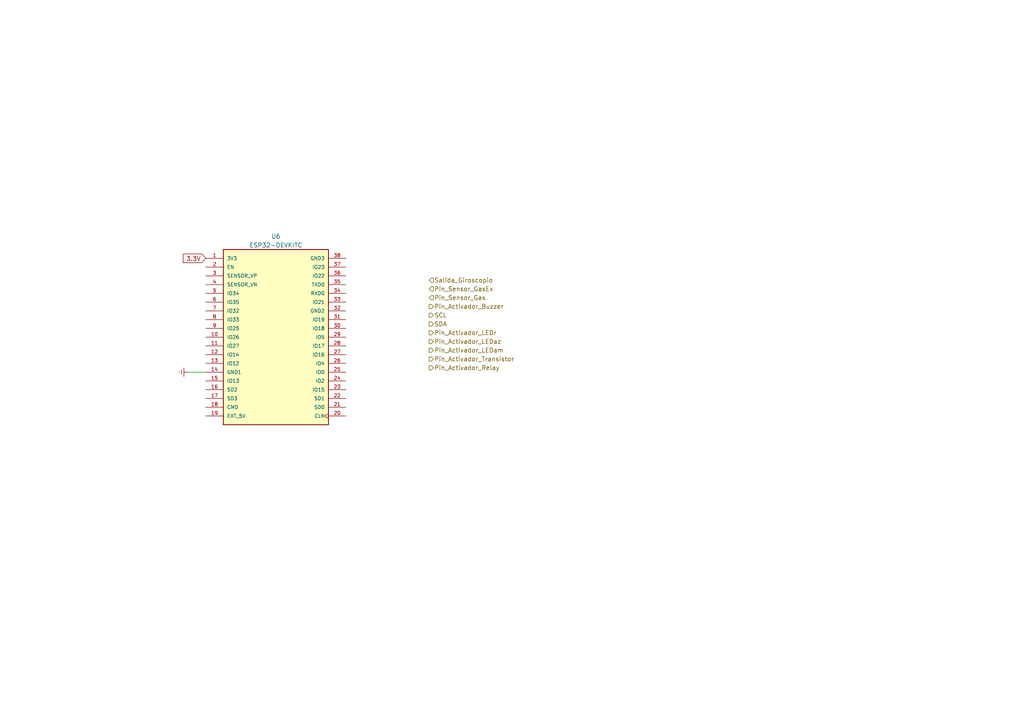
<source format=kicad_sch>
(kicad_sch (version 20230121) (generator eeschema)
  (paper "A4")
  (lib_symbols
    (symbol "ESP32-DEVKITC-proyecto:ESP32-DEVKITC" (pin_names (offset 1.016))
      (property "Reference" "U" (at -15.2572 26.0643 0))
      (property "Value" "ESP32-DEVKITC" (at -15.2563 -27.9698 0))
      (symbol "ESP32-DEVKITC_0_0"
        (rectangle (start -15.24 -25.4) (end 15.24 25.4) (stroke (width 0.254)) (fill (type background)))
        (pin power_in line (at -20.32 22.86 0) (length 5.08) (name "3V3") (number "1"))
        (pin bidirectional line (at -20.32 0 0) (length 5.08) (name "IO26") (number "10"))
        (pin bidirectional line (at -20.32 -2.54 0) (length 5.08) (name "IO27") (number "11"))
        (pin bidirectional line (at -20.32 -5.08 0) (length 5.08) (name "IO14") (number "12"))
        (pin bidirectional line (at -20.32 -7.62 0) (length 5.08) (name "IO12") (number "13"))
        (pin power_in line (at -20.32 -10.16 0) (length 5.08) (name "GND1") (number "14"))
        (pin bidirectional line (at -20.32 -12.7 0) (length 5.08) (name "IO13") (number "15"))
        (pin bidirectional line (at -20.32 -15.24 0) (length 5.08) (name "SD2") (number "16"))
        (pin bidirectional line (at -20.32 -17.78 0) (length 5.08) (name "SD3") (number "17"))
        (pin bidirectional line (at -20.32 -20.32 0) (length 5.08) (name "CMD") (number "18"))
        (pin power_in line (at -20.32 -22.86 0) (length 5.08) (name "EXT_5V") (number "19"))
        (pin input line (at -20.32 20.32 0) (length 5.08) (name "EN") (number "2"))
        (pin input clock (at 20.32 -22.86 180) (length 5.08) (name "CLK") (number "20"))
        (pin bidirectional line (at 20.32 -20.32 180) (length 5.08) (name "SD0") (number "21"))
        (pin bidirectional line (at 20.32 -17.78 180) (length 5.08) (name "SD1") (number "22"))
        (pin bidirectional line (at 20.32 -15.24 180) (length 5.08) (name "IO15") (number "23"))
        (pin bidirectional line (at 20.32 -12.7 180) (length 5.08) (name "IO2") (number "24"))
        (pin bidirectional line (at 20.32 -10.16 180) (length 5.08) (name "IO0") (number "25"))
        (pin bidirectional line (at 20.32 -7.62 180) (length 5.08) (name "IO4") (number "26"))
        (pin bidirectional line (at 20.32 -5.08 180) (length 5.08) (name "IO16") (number "27"))
        (pin bidirectional line (at 20.32 -2.54 180) (length 5.08) (name "IO17") (number "28"))
        (pin bidirectional line (at 20.32 0 180) (length 5.08) (name "IO5") (number "29"))
        (pin input line (at -20.32 17.78 0) (length 5.08) (name "SENSOR_VP") (number "3"))
        (pin bidirectional line (at 20.32 2.54 180) (length 5.08) (name "IO18") (number "30"))
        (pin bidirectional line (at 20.32 5.08 180) (length 5.08) (name "IO19") (number "31"))
        (pin power_in line (at 20.32 7.62 180) (length 5.08) (name "GND2") (number "32"))
        (pin bidirectional line (at 20.32 10.16 180) (length 5.08) (name "IO21") (number "33"))
        (pin input line (at 20.32 12.7 180) (length 5.08) (name "RXD0") (number "34"))
        (pin output line (at 20.32 15.24 180) (length 5.08) (name "TXD0") (number "35"))
        (pin bidirectional line (at 20.32 17.78 180) (length 5.08) (name "IO22") (number "36"))
        (pin bidirectional line (at 20.32 20.32 180) (length 5.08) (name "IO23") (number "37"))
        (pin power_in line (at 20.32 22.86 180) (length 5.08) (name "GND3") (number "38"))
        (pin input line (at -20.32 15.24 0) (length 5.08) (name "SENSOR_VN") (number "4"))
        (pin bidirectional line (at -20.32 12.7 0) (length 5.08) (name "IO34") (number "5"))
        (pin bidirectional line (at -20.32 10.16 0) (length 5.08) (name "IO35") (number "6"))
        (pin bidirectional line (at -20.32 7.62 0) (length 5.08) (name "IO32") (number "7"))
        (pin bidirectional line (at -20.32 5.08 0) (length 5.08) (name "IO33") (number "8"))
        (pin bidirectional line (at -20.32 2.54 0) (length 5.08) (name "IO25") (number "9"))
      )
    )
    (symbol "power:Earth" (power) (pin_names (offset 0))
      (symbol "Earth_0_1"
        (polyline (pts (xy -0.635 -1.905) (xy 0.635 -1.905)))
        (polyline (pts (xy -0.127 -2.54) (xy 0.127 -2.54)))
        (polyline (pts (xy 0 -1.27) (xy 0 0)))
        (polyline (pts (xy 1.27 -1.27) (xy -1.27 -1.27)))
      )
      (symbol "Earth_1_1"
        (pin power_in line (at 0 0 270) (length 0) hide (name "Earth") (number "1"))
      )
    )
  )
  (wire (pts (xy 54.61 107.95) (xy 59.69 107.95)))
  (global_label "3.3V" (shape input) (at 59.69 74.93 180) (property "Intersheetrefs" "${INTERSHEET_REFS}" (effects hide)))
  (hierarchical_label "SDA" (shape output) (at 124.46 93.98 0))
  (hierarchical_label "Pin_Activador_LEDr" (shape output) (at 124.46 96.52 0))
  (hierarchical_label "Pin_Sensor_Gas" (shape input) (at 124.46 86.36 0))
  (hierarchical_label "Salida_Giroscopio" (shape input) (at 124.46 81.28 0))
  (hierarchical_label "Pin_Sensor_GasEx" (shape input) (at 124.46 83.82 0))
  (hierarchical_label "SCL" (shape output) (at 124.46 91.44 0))
  (hierarchical_label "Pin_Activador_LEDam" (shape output) (at 124.46 101.6 0))
  (hierarchical_label "Pin_Activador_LEDaz" (shape output) (at 124.46 99.06 0))
  (hierarchical_label "Pin_Activador_Buzzer" (shape output) (at 124.46 88.9 0))
  (hierarchical_label "Pin_Activador_Transistor" (shape output) (at 124.46 104.14 0))
  (hierarchical_label "Pin_Activador_Relay" (shape output) (at 124.46 106.68 0))
  (symbol (lib_id "power:Earth") (at 54.61 107.95 270) (unit 1)
    (property "Reference" "#PWR03" (effects hide))
    (property "Value" "Earth" (effects hide))
    (instances (project "KISS_V2" (path "" (reference "#PWR03") (unit 1)) (path "" (reference "#PWR011") (unit 1))))
  )
  (symbol (lib_id "ESP32-DEVKITC-proyecto:ESP32-DEVKITC") (at 80.01 97.79 0) (unit 1)
    (property "Reference" "U6" (at 80.01 68.58 0))
    (property "Value" "ESP32-DEVKITC" (at 80.01 71.12 0))
    (property "Footprint" "MODULE_ESP32-DEVKITC" (effects hide))
    (property "PARTREV" "N/A" (effects hide))
    (property "STANDARD" "Manufacturer Recommendations" (effects hide))
    (property "MANUFACTURER" "ESPRESSIF" (effects hide))
  )
)
</source>
